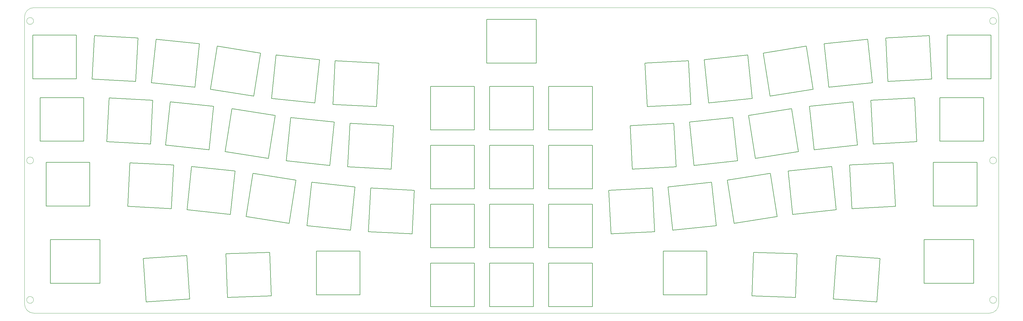
<source format=gbr>
G04 #@! TF.GenerationSoftware,KiCad,Pcbnew,9.0.0*
G04 #@! TF.CreationDate,2025-03-01T00:39:15+09:00*
G04 #@! TF.ProjectId,tijuana_lp,74696a75-616e-4615-9f6c-702e6b696361,rev?*
G04 #@! TF.SameCoordinates,Original*
G04 #@! TF.FileFunction,Profile,NP*
%FSLAX46Y46*%
G04 Gerber Fmt 4.6, Leading zero omitted, Abs format (unit mm)*
G04 Created by KiCad (PCBNEW 9.0.0) date 2025-03-01 00:39:15*
%MOMM*%
%LPD*%
G01*
G04 APERTURE LIST*
G04 #@! TA.AperFunction,Profile*
%ADD10C,0.100000*%
G04 #@! TD*
G04 #@! TA.AperFunction,Profile*
%ADD11C,0.150000*%
G04 #@! TD*
G04 #@! TA.AperFunction,Profile*
%ADD12C,0.010000*%
G04 #@! TD*
G04 APERTURE END LIST*
D10*
X325625000Y-17250000D02*
G75*
G02*
X328625000Y-20250000I0J-3000000D01*
G01*
X14275000Y-20250000D02*
G75*
G02*
X17275000Y-17250000I3000000J0D01*
G01*
X17275000Y-116050000D02*
G75*
G02*
X14275000Y-113050000I0J3000000D01*
G01*
X325625000Y-17250000D02*
X17275000Y-17250000D01*
X328625000Y-113050000D02*
X328625000Y-20250000D01*
X17275000Y-116050000D02*
X325625000Y-116050000D01*
X14275000Y-20250000D02*
X14275000Y-113050000D01*
X328625000Y-113050000D02*
G75*
G02*
X325625000Y-116050000I-3000000J0D01*
G01*
D11*
X307561222Y-67264759D02*
X321661222Y-67264759D01*
X307561222Y-81364759D02*
X307561222Y-67264759D01*
X321661222Y-67264759D02*
X321661222Y-81364759D01*
X321661222Y-81364759D02*
X307561222Y-81364759D01*
X79301864Y-96843305D02*
X93393275Y-96351222D01*
X79793947Y-110934716D02*
X79301864Y-96843305D01*
X93393275Y-96351222D02*
X93885358Y-110442633D01*
X93885358Y-110442633D02*
X79793947Y-110934716D01*
X21238778Y-67264759D02*
X35338778Y-67264759D01*
X21238778Y-81364759D02*
X21238778Y-67264759D01*
X35338778Y-67264759D02*
X35338778Y-81364759D01*
X35338778Y-81364759D02*
X21238778Y-81364759D01*
X249506725Y-96351222D02*
X263598136Y-96843305D01*
X249014642Y-110442633D02*
X249506725Y-96351222D01*
X263598136Y-96843305D02*
X263106053Y-110934716D01*
X263106053Y-110934716D02*
X249014642Y-110442633D01*
X108440396Y-96004659D02*
X122540396Y-96004659D01*
X108440396Y-110104659D02*
X108440396Y-96004659D01*
X122540396Y-96004659D02*
X122540396Y-110104659D01*
X122540396Y-110104659D02*
X108440396Y-110104659D01*
X220359604Y-96004659D02*
X234459604Y-96004659D01*
X220359604Y-110104659D02*
X220359604Y-96004659D01*
X234459604Y-96004659D02*
X234459604Y-110104659D01*
X234459604Y-110104659D02*
X220359604Y-110104659D01*
X22593611Y-92250000D02*
X38593611Y-92250000D01*
X22593611Y-106350000D02*
X22593611Y-92250000D01*
X22593611Y-106350000D02*
X38593611Y-106350000D01*
X38593611Y-92250000D02*
X38593611Y-106350000D01*
X304593611Y-92250000D02*
X320593611Y-92250000D01*
X304593611Y-106350000D02*
X304593611Y-92250000D01*
X304593611Y-106350000D02*
X320593611Y-106350000D01*
X320593611Y-92250000D02*
X320593611Y-106350000D01*
X163405943Y-21050000D02*
X179405943Y-21050000D01*
X163405943Y-35150000D02*
X163405943Y-21050000D01*
X163405943Y-35150000D02*
X179405943Y-35150000D01*
X179405943Y-21050000D02*
X179405943Y-35150000D01*
X164355943Y-99857157D02*
X178455943Y-99857157D01*
X164355943Y-113957157D02*
X164355943Y-99857157D01*
X178455943Y-99857157D02*
X178455943Y-113957157D01*
X178455943Y-113957157D02*
X164355943Y-113957157D01*
X56699062Y-27479429D02*
X70721821Y-28953280D01*
X55225211Y-41502188D02*
X56699062Y-27479429D01*
X70721821Y-28953280D02*
X69247970Y-42976039D01*
X69247970Y-42976039D02*
X55225211Y-41502188D01*
X106912041Y-73708504D02*
X120934800Y-75182355D01*
X105438190Y-87731263D02*
X106912041Y-73708504D01*
X120934800Y-75182355D02*
X119460949Y-89205114D01*
X119460949Y-89205114D02*
X105438190Y-87731263D01*
X287398717Y-47216508D02*
X301479394Y-46478571D01*
X288136654Y-61297185D02*
X287398717Y-47216508D01*
X301479394Y-46478571D02*
X302217331Y-60559248D01*
X302217331Y-60559248D02*
X288136654Y-61297185D01*
X16912917Y-26134152D02*
X31012917Y-26134152D01*
X16912917Y-40234152D02*
X16912917Y-26134152D01*
X31012917Y-26134152D02*
X31012917Y-40234152D01*
X31012917Y-40234152D02*
X16912917Y-40234152D01*
X228836275Y-54246502D02*
X242859034Y-52772651D01*
X230310126Y-68269261D02*
X228836275Y-54246502D01*
X242859034Y-52772651D02*
X244332885Y-66795410D01*
X244332885Y-66795410D02*
X230310126Y-68269261D01*
X100203753Y-52772651D02*
X114226512Y-54246502D01*
X98729902Y-66795410D02*
X100203753Y-52772651D01*
X114226512Y-54246502D02*
X112752661Y-68269261D01*
X112752661Y-68269261D02*
X98729902Y-66795410D01*
X276265346Y-97382547D02*
X290330999Y-98366114D01*
X275281779Y-111448200D02*
X276265346Y-97382547D01*
X290330999Y-98366114D02*
X289347432Y-112431767D01*
X289347432Y-112431767D02*
X275281779Y-111448200D01*
X52569001Y-98366114D02*
X66634654Y-97382547D01*
X53552568Y-112431767D02*
X52569001Y-98366114D01*
X66634654Y-97382547D02*
X67618221Y-111448200D01*
X67618221Y-111448200D02*
X53552568Y-112431767D01*
X309671969Y-46327018D02*
X323771969Y-46327018D01*
X309671969Y-60427018D02*
X309671969Y-46327018D01*
X323771969Y-46327018D02*
X323771969Y-60427018D01*
X323771969Y-60427018D02*
X309671969Y-60427018D01*
X164355943Y-42707157D02*
X178455943Y-42707157D01*
X164355943Y-56807157D02*
X164355943Y-42707157D01*
X178455943Y-42707157D02*
X178455943Y-56807157D01*
X178455943Y-56807157D02*
X164355943Y-56807157D01*
X48293825Y-67415886D02*
X62374502Y-68153823D01*
X47555888Y-81496563D02*
X48293825Y-67415886D01*
X62374502Y-68153823D02*
X61636565Y-82234500D01*
X61636565Y-82234500D02*
X47555888Y-81496563D01*
X41583393Y-46478571D02*
X55664070Y-47216508D01*
X40845456Y-60559248D02*
X41583393Y-46478571D01*
X55664070Y-47216508D02*
X54926133Y-61297185D01*
X54926133Y-61297185D02*
X40845456Y-60559248D01*
X76484675Y-29711297D02*
X90411081Y-31917023D01*
X74278949Y-43637703D02*
X76484675Y-29711297D01*
X90411081Y-31917023D02*
X88205355Y-45843429D01*
X88205355Y-45843429D02*
X74278949Y-43637703D01*
X214458439Y-35188790D02*
X228539116Y-34450853D01*
X215196376Y-49269467D02*
X214458439Y-35188790D01*
X228539116Y-34450853D02*
X229277053Y-48531530D01*
X229277053Y-48531530D02*
X215196376Y-49269467D01*
X119285282Y-54644816D02*
X133365959Y-55382753D01*
X118547345Y-68725493D02*
X119285282Y-54644816D01*
X133365959Y-55382753D02*
X132628022Y-69463430D01*
X132628022Y-69463430D02*
X118547345Y-68725493D01*
X164355943Y-80807157D02*
X178455943Y-80807157D01*
X164355943Y-94907157D02*
X164355943Y-80807157D01*
X178455943Y-80807157D02*
X178455943Y-94907157D01*
X178455943Y-94907157D02*
X164355943Y-94907157D01*
X221965200Y-75182355D02*
X235987959Y-73708504D01*
X223439051Y-89205114D02*
X221965200Y-75182355D01*
X235987959Y-73708504D02*
X237461810Y-87731263D01*
X237461810Y-87731263D02*
X223439051Y-89205114D01*
X202824781Y-76317635D02*
X216905458Y-75579698D01*
X203562718Y-90398312D02*
X202824781Y-76317635D01*
X216905458Y-75579698D02*
X217643395Y-89660375D01*
X217643395Y-89660375D02*
X203562718Y-90398312D01*
X125994542Y-75579698D02*
X140075219Y-76317635D01*
X125256605Y-89660375D02*
X125994542Y-75579698D01*
X140075219Y-76317635D02*
X139337282Y-90398312D01*
X139337282Y-90398312D02*
X125256605Y-89660375D01*
X183405943Y-42707157D02*
X197505943Y-42707157D01*
X183405943Y-56807157D02*
X183405943Y-42707157D01*
X197505943Y-42707157D02*
X197505943Y-56807157D01*
X197505943Y-56807157D02*
X183405943Y-56807157D01*
X247890586Y-52110704D02*
X261816992Y-49904978D01*
X250096312Y-66037110D02*
X247890586Y-52110704D01*
X261816992Y-49904978D02*
X264022718Y-63831384D01*
X264022718Y-63831384D02*
X250096312Y-66037110D01*
X267580677Y-49146931D02*
X281603436Y-47673080D01*
X269054528Y-63169690D02*
X267580677Y-49146931D01*
X281603436Y-47673080D02*
X283077287Y-61695839D01*
X283077287Y-61695839D02*
X269054528Y-63169690D01*
X145305943Y-42707157D02*
X159405943Y-42707157D01*
X145305943Y-56807157D02*
X145305943Y-42707157D01*
X159405943Y-42707157D02*
X159405943Y-56807157D01*
X159405943Y-56807157D02*
X145305943Y-56807157D01*
X280525498Y-68153823D02*
X294606175Y-67415886D01*
X281263435Y-82234500D02*
X280525498Y-68153823D01*
X294606175Y-67415886D02*
X295344112Y-81496563D01*
X295344112Y-81496563D02*
X281263435Y-82234500D01*
X68169264Y-68609054D02*
X82192023Y-70082905D01*
X66695413Y-82631813D02*
X68169264Y-68609054D01*
X82192023Y-70082905D02*
X80718172Y-84105664D01*
X80718172Y-84105664D02*
X66695413Y-82631813D01*
X183405943Y-61757157D02*
X197505943Y-61757157D01*
X183405943Y-75857157D02*
X183405943Y-61757157D01*
X197505943Y-61757157D02*
X197505943Y-75857157D01*
X197505943Y-75857157D02*
X183405943Y-75857157D01*
X252651706Y-31917023D02*
X266578112Y-29711297D01*
X254857432Y-45843429D02*
X252651706Y-31917023D01*
X266578112Y-29711297D02*
X268783838Y-43637703D01*
X268783838Y-43637703D02*
X254857432Y-45843429D01*
X114523671Y-34450853D02*
X128604348Y-35188790D01*
X113785734Y-48531530D02*
X114523671Y-34450853D01*
X128604348Y-35188790D02*
X127866411Y-49269467D01*
X127866411Y-49269467D02*
X113785734Y-48531530D01*
X19290818Y-46327018D02*
X33390818Y-46327018D01*
X19290818Y-60427018D02*
X19290818Y-46327018D01*
X33390818Y-46327018D02*
X33390818Y-60427018D01*
X33390818Y-60427018D02*
X19290818Y-60427018D01*
X61296564Y-47673080D02*
X75319323Y-49146931D01*
X59822713Y-61695839D02*
X61296564Y-47673080D01*
X75319323Y-49146931D02*
X73845472Y-63169690D01*
X73845472Y-63169690D02*
X59822713Y-61695839D01*
X81245795Y-49904978D02*
X95172201Y-52110704D01*
X79040069Y-63831384D02*
X81245795Y-49904978D01*
X95172201Y-52110704D02*
X92966475Y-66037110D01*
X92966475Y-66037110D02*
X79040069Y-63831384D01*
X87954865Y-70841091D02*
X101881271Y-73046817D01*
X85749139Y-84767497D02*
X87954865Y-70841091D01*
X101881271Y-73046817D02*
X99675545Y-86973223D01*
X99675545Y-86973223D02*
X85749139Y-84767497D01*
X233598129Y-34053371D02*
X247620888Y-32579520D01*
X235071980Y-48076130D02*
X233598129Y-34053371D01*
X247620888Y-32579520D02*
X249094739Y-46602279D01*
X249094739Y-46602279D02*
X235071980Y-48076130D01*
X183405943Y-80807157D02*
X197505943Y-80807157D01*
X183405943Y-94907157D02*
X183405943Y-80807157D01*
X197505943Y-80807157D02*
X197505943Y-94907157D01*
X197505943Y-94907157D02*
X183405943Y-94907157D01*
X241018729Y-73046817D02*
X254945135Y-70841091D01*
X243224455Y-86973223D02*
X241018729Y-73046817D01*
X254945135Y-70841091D02*
X257150861Y-84767497D01*
X257150861Y-84767497D02*
X243224455Y-86973223D01*
X292158560Y-27023635D02*
X306239237Y-26285698D01*
X292896497Y-41104312D02*
X292158560Y-27023635D01*
X306239237Y-26285698D02*
X306977174Y-40366375D01*
X306977174Y-40366375D02*
X292896497Y-41104312D01*
X209696828Y-55382753D02*
X223777505Y-54644816D01*
X210434765Y-69463430D02*
X209696828Y-55382753D01*
X223777505Y-54644816D02*
X224515442Y-68725493D01*
X224515442Y-68725493D02*
X210434765Y-69463430D01*
X272340966Y-28953280D02*
X286363725Y-27479429D01*
X273814817Y-42976039D02*
X272340966Y-28953280D01*
X286363725Y-27479429D02*
X287837576Y-41502188D01*
X287837576Y-41502188D02*
X273814817Y-42976039D01*
X260707977Y-70082905D02*
X274730736Y-68609054D01*
X262181828Y-84105664D02*
X260707977Y-70082905D01*
X274730736Y-68609054D02*
X276204587Y-82631813D01*
X276204587Y-82631813D02*
X262181828Y-84105664D01*
X145305943Y-80807157D02*
X159405943Y-80807157D01*
X145305943Y-94907157D02*
X145305943Y-80807157D01*
X159405943Y-80807157D02*
X159405943Y-94907157D01*
X159405943Y-94907157D02*
X145305943Y-94907157D01*
X164355943Y-61757157D02*
X178455943Y-61757157D01*
X164355943Y-75857157D02*
X164355943Y-61757157D01*
X178455943Y-61757157D02*
X178455943Y-75857157D01*
X178455943Y-75857157D02*
X164355943Y-75857157D01*
X95441899Y-32579520D02*
X109464658Y-34053371D01*
X93968048Y-46602279D02*
X95441899Y-32579520D01*
X109464658Y-34053371D02*
X107990807Y-48076130D01*
X107990807Y-48076130D02*
X93968048Y-46602279D01*
X145305943Y-61757157D02*
X159405943Y-61757157D01*
X145305943Y-75857157D02*
X145305943Y-61757157D01*
X159405943Y-61757157D02*
X159405943Y-75857157D01*
X159405943Y-75857157D02*
X145305943Y-75857157D01*
X312049870Y-26134152D02*
X326149870Y-26134152D01*
X312049870Y-40234152D02*
X312049870Y-26134152D01*
X326149870Y-26134152D02*
X326149870Y-40234152D01*
X326149870Y-40234152D02*
X312049870Y-40234152D01*
X36823550Y-26285698D02*
X50904227Y-27023635D01*
X36085613Y-40366375D02*
X36823550Y-26285698D01*
X50904227Y-27023635D02*
X50166290Y-41104312D01*
X50166290Y-41104312D02*
X36085613Y-40366375D01*
X145305943Y-99857157D02*
X159405943Y-99857157D01*
X145305943Y-113957157D02*
X145305943Y-99857157D01*
X159405943Y-99857157D02*
X159405943Y-113957157D01*
X159405943Y-113957157D02*
X145305943Y-113957157D01*
X183405943Y-99857157D02*
X197505943Y-99857157D01*
X183405943Y-113957157D02*
X183405943Y-99857157D01*
X197505943Y-99857157D02*
X197505943Y-113957157D01*
X197505943Y-113957157D02*
X183405943Y-113957157D01*
D12*
X17175000Y-66650000D02*
G75*
G02*
X14975000Y-66650000I-1100000J0D01*
G01*
X14975000Y-66650000D02*
G75*
G02*
X17175000Y-66650000I1100000J0D01*
G01*
X17175000Y-111750000D02*
G75*
G02*
X14975000Y-111750000I-1100000J0D01*
G01*
X14975000Y-111750000D02*
G75*
G02*
X17175000Y-111750000I1100000J0D01*
G01*
X327925000Y-21550000D02*
G75*
G02*
X325725000Y-21550000I-1100000J0D01*
G01*
X325725000Y-21550000D02*
G75*
G02*
X327925000Y-21550000I1100000J0D01*
G01*
X327925000Y-66650000D02*
G75*
G02*
X325725000Y-66650000I-1100000J0D01*
G01*
X325725000Y-66650000D02*
G75*
G02*
X327925000Y-66650000I1100000J0D01*
G01*
X327925000Y-111750000D02*
G75*
G02*
X325725000Y-111750000I-1100000J0D01*
G01*
X325725000Y-111750000D02*
G75*
G02*
X327925000Y-111750000I1100000J0D01*
G01*
X17175000Y-21550000D02*
G75*
G02*
X14975000Y-21550000I-1100000J0D01*
G01*
X14975000Y-21550000D02*
G75*
G02*
X17175000Y-21550000I1100000J0D01*
G01*
M02*

</source>
